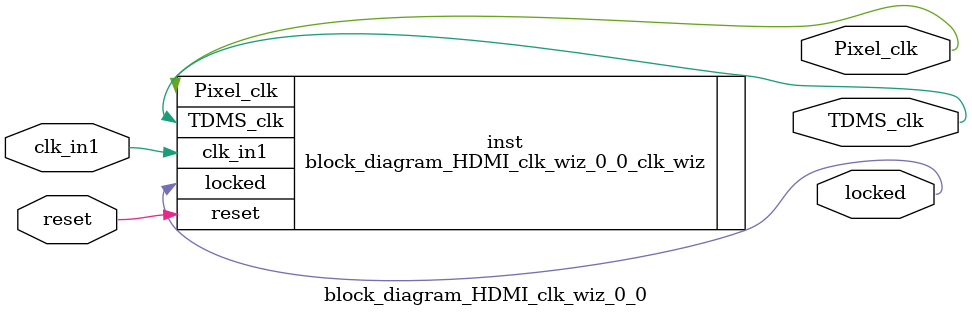
<source format=v>


`timescale 1ps/1ps

(* CORE_GENERATION_INFO = "block_diagram_HDMI_clk_wiz_0_0,clk_wiz_v6_0_1_0_0,{component_name=block_diagram_HDMI_clk_wiz_0_0,use_phase_alignment=true,use_min_o_jitter=false,use_max_i_jitter=false,use_dyn_phase_shift=false,use_inclk_switchover=false,use_dyn_reconfig=false,enable_axi=0,feedback_source=FDBK_AUTO,PRIMITIVE=MMCM,num_out_clk=2,clkin1_period=8.000,clkin2_period=10.000,use_power_down=false,use_reset=true,use_locked=true,use_inclk_stopped=false,feedback_type=SINGLE,CLOCK_MGR_TYPE=NA,manual_override=false}" *)

module block_diagram_HDMI_clk_wiz_0_0 
 (
  // Clock out ports
  output        Pixel_clk,
  output        TDMS_clk,
  // Status and control signals
  input         reset,
  output        locked,
 // Clock in ports
  input         clk_in1
 );

  block_diagram_HDMI_clk_wiz_0_0_clk_wiz inst
  (
  // Clock out ports  
  .Pixel_clk(Pixel_clk),
  .TDMS_clk(TDMS_clk),
  // Status and control signals               
  .reset(reset), 
  .locked(locked),
 // Clock in ports
  .clk_in1(clk_in1)
  );

endmodule

</source>
